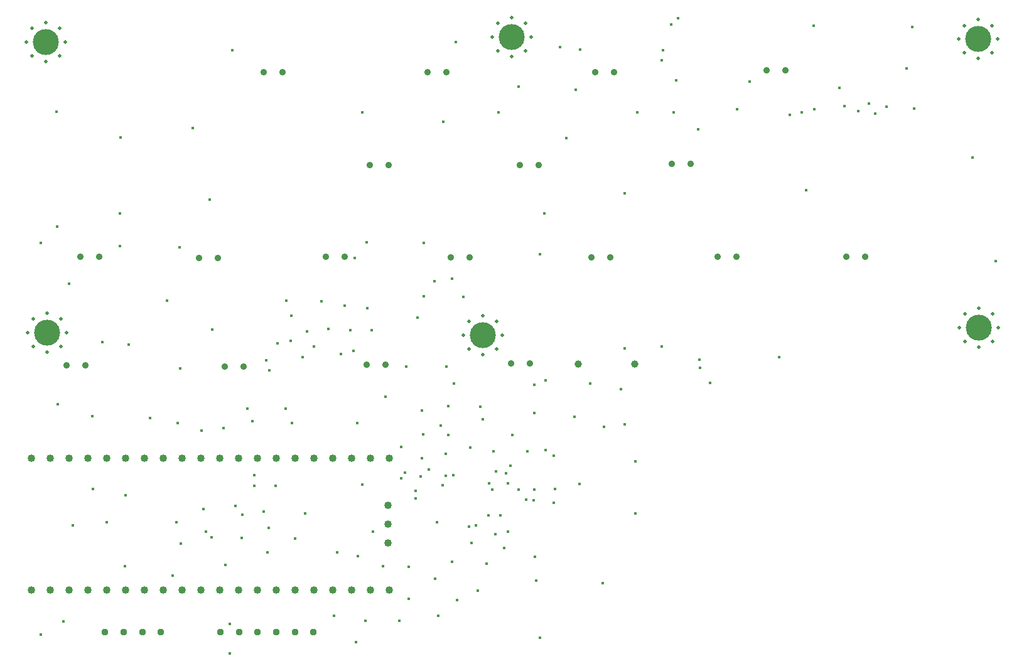
<source format=gbr>
%TF.GenerationSoftware,KiCad,Pcbnew,6.0.11+dfsg-1~bpo11+1*%
%TF.CreationDate,2023-05-07T06:08:45+00:00*%
%TF.ProjectId,CoverUI,436f7665-7255-4492-9e6b-696361645f70,rev?*%
%TF.SameCoordinates,Original*%
%TF.FileFunction,Plated,1,2,PTH,Drill*%
%TF.FilePolarity,Positive*%
%FSLAX46Y46*%
G04 Gerber Fmt 4.6, Leading zero omitted, Abs format (unit mm)*
G04 Created by KiCad (PCBNEW 6.0.11+dfsg-1~bpo11+1) date 2023-05-07 06:08:45*
%MOMM*%
%LPD*%
G01*
G04 APERTURE LIST*
%TA.AperFunction,ViaDrill*%
%ADD10C,0.400000*%
%TD*%
%TA.AperFunction,ComponentDrill*%
%ADD11C,0.500000*%
%TD*%
%TA.AperFunction,ComponentDrill*%
%ADD12C,0.914400*%
%TD*%
%TA.AperFunction,ComponentDrill*%
%ADD13C,0.950000*%
%TD*%
%TA.AperFunction,ComponentDrill*%
%ADD14C,1.000000*%
%TD*%
%TA.AperFunction,ComponentDrill*%
%ADD15C,1.020000*%
%TD*%
%TA.AperFunction,ComponentDrill*%
%ADD16C,3.500000*%
%TD*%
G04 APERTURE END LIST*
D10*
X68478400Y-92049600D03*
X68478400Y-144932000D03*
X70612000Y-74320400D03*
X70668400Y-89857900D03*
X70764400Y-113792000D03*
X71475600Y-143154000D03*
X72237600Y-97586800D03*
X72745600Y-130200000D03*
X75387200Y-115468000D03*
X75488800Y-125222000D03*
X76758800Y-105461000D03*
X77368400Y-129692400D03*
X79109700Y-88098829D03*
X79109700Y-92511267D03*
X79197200Y-77825600D03*
X79806800Y-135636000D03*
X79908400Y-126086000D03*
X80314800Y-105816000D03*
X83159600Y-115672000D03*
X85445600Y-99872800D03*
X86258400Y-136906000D03*
X86715600Y-129692400D03*
X86918800Y-116383000D03*
X87172800Y-92659200D03*
X87289600Y-109012000D03*
X87325200Y-132639000D03*
X88950800Y-76555600D03*
X90119200Y-117348000D03*
X90373200Y-127965000D03*
X90729044Y-130962244D03*
X91236800Y-86244300D03*
X91490800Y-131775000D03*
X91592400Y-103734000D03*
X93065600Y-117043000D03*
X93319600Y-135534000D03*
X93914900Y-147444000D03*
X93980000Y-143459200D03*
X94284800Y-66090800D03*
X94742000Y-127508000D03*
X95554800Y-131876800D03*
X95605600Y-128676400D03*
X96316800Y-114402000D03*
X96977200Y-116078000D03*
X97282000Y-123393000D03*
X97282000Y-124866000D03*
X98501200Y-128320800D03*
X98856800Y-107899000D03*
X99041700Y-133757000D03*
X99217400Y-130517000D03*
X99263200Y-109271000D03*
X100112000Y-124810000D03*
X100335448Y-105599100D03*
X101498000Y-114402000D03*
X101600000Y-99872800D03*
X102139000Y-105238000D03*
X102209600Y-101904800D03*
X102362000Y-116332000D03*
X102768000Y-131978000D03*
X103744000Y-107485500D03*
X104140000Y-128575000D03*
X104346000Y-103985000D03*
X105258000Y-106020000D03*
X106324400Y-99923600D03*
X107238800Y-103682800D03*
X108025000Y-142348000D03*
X108407200Y-133756400D03*
X108915000Y-107036000D03*
X109423200Y-100482400D03*
X110236000Y-103784400D03*
X110592000Y-106578500D03*
X110812000Y-94090100D03*
X110947000Y-145948000D03*
X111100000Y-116383000D03*
X111201000Y-134315000D03*
X111785000Y-74411000D03*
X111785000Y-124628000D03*
X112268000Y-143053000D03*
X112420400Y-91998800D03*
X112522000Y-100838000D03*
X113072300Y-103794200D03*
X113267000Y-131019000D03*
X114605000Y-135687000D03*
X114960000Y-112776000D03*
X116789000Y-143053000D03*
X117089272Y-123834991D03*
X117094000Y-119583000D03*
X117599056Y-123033944D03*
X117754400Y-108712000D03*
X118059000Y-135788000D03*
X118110000Y-140106000D03*
X118974000Y-126543000D03*
X119021000Y-125541000D03*
X119227600Y-102158800D03*
X119646000Y-123532000D03*
X119820000Y-114642000D03*
X119826000Y-121136000D03*
X119990000Y-117856000D03*
X120091200Y-92049600D03*
X120142000Y-99212400D03*
X120752000Y-122631000D03*
X121564400Y-97231200D03*
X121666000Y-137363000D03*
X121869000Y-129743000D03*
X122072000Y-142392000D03*
X122377000Y-116738000D03*
X122631000Y-124765000D03*
X122733000Y-75742800D03*
X123038000Y-120548000D03*
X123088000Y-123444000D03*
X123178000Y-108760000D03*
X123432000Y-118000000D03*
X123444000Y-114097000D03*
X123925300Y-96916800D03*
X123934000Y-135103000D03*
X124044000Y-123407000D03*
X124155000Y-111049000D03*
X124460000Y-64922400D03*
X124562000Y-140259000D03*
X125425200Y-99364800D03*
X126201000Y-130311000D03*
X126402000Y-119622000D03*
X126501000Y-132538000D03*
X127143000Y-130191000D03*
X127352000Y-138954000D03*
X127711000Y-114198000D03*
X128088000Y-115831000D03*
X128575000Y-135331000D03*
X128829000Y-128778000D03*
X128930000Y-124511000D03*
X129292000Y-125339500D03*
X129489000Y-120142000D03*
X129743000Y-131318000D03*
X129839000Y-122840000D03*
X130165000Y-74411000D03*
X130454000Y-128829000D03*
X130962000Y-133198000D03*
X131166000Y-123102000D03*
X131420000Y-131013000D03*
X131465000Y-124466000D03*
X131826000Y-122123000D03*
X132080000Y-117958000D03*
X132893000Y-70967600D03*
X132893000Y-125324000D03*
X133904000Y-126689000D03*
X134112000Y-120178700D03*
X134886000Y-126732000D03*
X134976000Y-111201000D03*
X134976000Y-115011000D03*
X135026000Y-125324000D03*
X135077000Y-134366000D03*
X135230000Y-137617000D03*
X135737600Y-93573600D03*
X135738000Y-145288000D03*
X136373000Y-88061800D03*
X136492000Y-119996000D03*
X136550000Y-110642000D03*
X137638000Y-127071000D03*
X137668000Y-120749000D03*
X137820000Y-125273000D03*
X138466000Y-65683100D03*
X139344000Y-77927200D03*
X140411200Y-115519200D03*
X140564000Y-71424800D03*
X141072000Y-124538000D03*
X141224000Y-65989200D03*
X142570000Y-111039000D03*
X144272000Y-137922000D03*
X144424400Y-116890800D03*
X146659600Y-111760000D03*
X147167600Y-116535200D03*
X147168000Y-106324000D03*
X147218400Y-85344000D03*
X148641000Y-121564000D03*
X148641000Y-128524000D03*
X148882000Y-74411000D03*
X152170000Y-67398100D03*
X152197000Y-106070000D03*
X152349000Y-66090800D03*
X153430000Y-62631000D03*
X153760000Y-74411000D03*
X154178000Y-70104000D03*
X154372000Y-61777700D03*
X157074000Y-76758800D03*
X157263000Y-107825000D03*
X157318000Y-108887000D03*
X158741000Y-110923000D03*
X162325000Y-73993400D03*
X164033000Y-70307200D03*
X168046000Y-107493000D03*
X169490000Y-74776300D03*
X171091000Y-74411000D03*
X171653200Y-84936003D03*
X172720000Y-62738000D03*
X172768000Y-74001300D03*
X176174000Y-71120000D03*
X176835000Y-73609200D03*
X178664000Y-74269600D03*
X180100000Y-73247100D03*
X181000000Y-74625200D03*
X182542000Y-73687900D03*
X185217000Y-68478400D03*
X185979000Y-62890400D03*
X186239000Y-73912700D03*
X194107000Y-80518000D03*
X197256000Y-94538800D03*
D11*
%TO.C,H1001*%
X66492000Y-64977000D03*
%TO.C,H1003*%
X66662000Y-104137000D03*
%TO.C,H1001*%
X67260845Y-63120845D03*
X67260845Y-66833155D03*
%TO.C,H1003*%
X67430845Y-102280845D03*
X67430845Y-105993155D03*
%TO.C,H1001*%
X69117000Y-62352000D03*
X69117000Y-67602000D03*
%TO.C,H1003*%
X69287000Y-101512000D03*
X69287000Y-106762000D03*
%TO.C,H1001*%
X70973155Y-63120845D03*
X70973155Y-66833155D03*
%TO.C,H1003*%
X71143155Y-102280845D03*
X71143155Y-105993155D03*
%TO.C,H1001*%
X71742000Y-64977000D03*
%TO.C,H1003*%
X71912000Y-104137000D03*
%TO.C,H1004*%
X125402000Y-104487000D03*
X126170845Y-102630845D03*
X126170845Y-106343155D03*
X128027000Y-101862000D03*
X128027000Y-107112000D03*
%TO.C,H1006*%
X129302000Y-64287000D03*
%TO.C,H1004*%
X129883155Y-102630845D03*
X129883155Y-106343155D03*
%TO.C,H1006*%
X130070845Y-62430845D03*
X130070845Y-66143155D03*
%TO.C,H1004*%
X130652000Y-104487000D03*
%TO.C,H1006*%
X131927000Y-61662000D03*
X131927000Y-66912000D03*
X133783155Y-62430845D03*
X133783155Y-66143155D03*
X134552000Y-64287000D03*
%TO.C,H1002*%
X192252000Y-64577000D03*
%TO.C,H1005*%
X192312000Y-103507000D03*
%TO.C,H1002*%
X193020845Y-62720845D03*
X193020845Y-66433155D03*
%TO.C,H1005*%
X193080845Y-101650845D03*
X193080845Y-105363155D03*
%TO.C,H1002*%
X194877000Y-61952000D03*
X194877000Y-67202000D03*
%TO.C,H1005*%
X194937000Y-100882000D03*
X194937000Y-106132000D03*
%TO.C,H1002*%
X196733155Y-62720845D03*
X196733155Y-66433155D03*
%TO.C,H1005*%
X196793155Y-101650845D03*
X196793155Y-105363155D03*
%TO.C,H1002*%
X197502000Y-64577000D03*
%TO.C,H1005*%
X197562000Y-103507000D03*
D12*
%TO.C,D1015*%
X71932000Y-108607000D03*
%TO.C,D1008*%
X73787000Y-93947000D03*
%TO.C,D1015*%
X74472000Y-108607000D03*
%TO.C,D1008*%
X76327000Y-93947000D03*
%TO.C,D1009*%
X89822000Y-94067000D03*
X92362000Y-94067000D03*
%TO.C,D1016*%
X93272000Y-108777000D03*
X95812000Y-108777000D03*
%TO.C,D1001*%
X98472000Y-69037000D03*
X101012000Y-69037000D03*
%TO.C,D1010*%
X106892000Y-93947000D03*
X109432000Y-93947000D03*
%TO.C,D1017*%
X112392000Y-108497000D03*
%TO.C,D1005*%
X112852000Y-81577000D03*
%TO.C,D1017*%
X114932000Y-108497000D03*
%TO.C,D1005*%
X115392000Y-81577000D03*
%TO.C,D1002*%
X120632000Y-69037000D03*
X123172000Y-69037000D03*
%TO.C,D1011*%
X123722000Y-94007000D03*
X126262000Y-94007000D03*
%TO.C,D1018*%
X131862000Y-108317000D03*
%TO.C,D1006*%
X133062000Y-81527000D03*
%TO.C,D1018*%
X134402000Y-108317000D03*
%TO.C,D1006*%
X135602000Y-81527000D03*
%TO.C,D1012*%
X142742000Y-94007000D03*
%TO.C,D1003*%
X143252000Y-69037000D03*
%TO.C,D1012*%
X145282000Y-94007000D03*
%TO.C,D1003*%
X145792000Y-69037000D03*
%TO.C,D1007*%
X153562000Y-81407000D03*
X156102000Y-81407000D03*
%TO.C,D1013*%
X159752000Y-93887000D03*
X162292000Y-93887000D03*
%TO.C,D1004*%
X166332000Y-68757000D03*
X168872000Y-68757000D03*
%TO.C,D1014*%
X177042000Y-93947000D03*
X179582000Y-93947000D03*
D13*
%TO.C,J1001*%
X77132800Y-144576800D03*
X79632800Y-144576800D03*
X82132800Y-144576800D03*
X84632800Y-144576800D03*
%TO.C,J2*%
X92706800Y-144576800D03*
X95206800Y-144576800D03*
X97706800Y-144576800D03*
X100206800Y-144576800D03*
X102706800Y-144576800D03*
X105206800Y-144576800D03*
D14*
%TO.C,BZ1*%
X140929200Y-108356400D03*
X148529200Y-108356400D03*
D15*
%TO.C,U1*%
X67208400Y-121056400D03*
X67208400Y-138836400D03*
X69748400Y-121056400D03*
X69748400Y-138836400D03*
X72288400Y-121056400D03*
X72288400Y-138836400D03*
X74828400Y-121056400D03*
X74828400Y-138836400D03*
X77368400Y-121056400D03*
X77368400Y-138836400D03*
X79908400Y-121056400D03*
X79908400Y-138836400D03*
X82448400Y-121056400D03*
X82448400Y-138836400D03*
X84988400Y-121056400D03*
X84988400Y-138836400D03*
X87528400Y-121056400D03*
X87528400Y-138836400D03*
X90068400Y-121056400D03*
X90068400Y-138836400D03*
X92608400Y-121056400D03*
X92608400Y-138836400D03*
X95148400Y-121056400D03*
X95148400Y-138836400D03*
X97688400Y-121056400D03*
X97688400Y-138836400D03*
X100228400Y-121056400D03*
X100228400Y-138836400D03*
X102768400Y-121056400D03*
X102768400Y-138836400D03*
X105308400Y-121056400D03*
X105308400Y-138836400D03*
X107848400Y-121056400D03*
X107848400Y-138836400D03*
X110388400Y-121056400D03*
X110388400Y-138836400D03*
X112928400Y-121056400D03*
X112928400Y-138836400D03*
X115238400Y-127406400D03*
X115238400Y-129946400D03*
X115238400Y-132486400D03*
X115468400Y-121056400D03*
X115468400Y-138836400D03*
D16*
%TO.C,H1001*%
X69117000Y-64977000D03*
%TO.C,H1003*%
X69287000Y-104137000D03*
%TO.C,H1004*%
X128027000Y-104487000D03*
%TO.C,H1006*%
X131927000Y-64287000D03*
%TO.C,H1002*%
X194877000Y-64577000D03*
%TO.C,H1005*%
X194937000Y-103507000D03*
M02*

</source>
